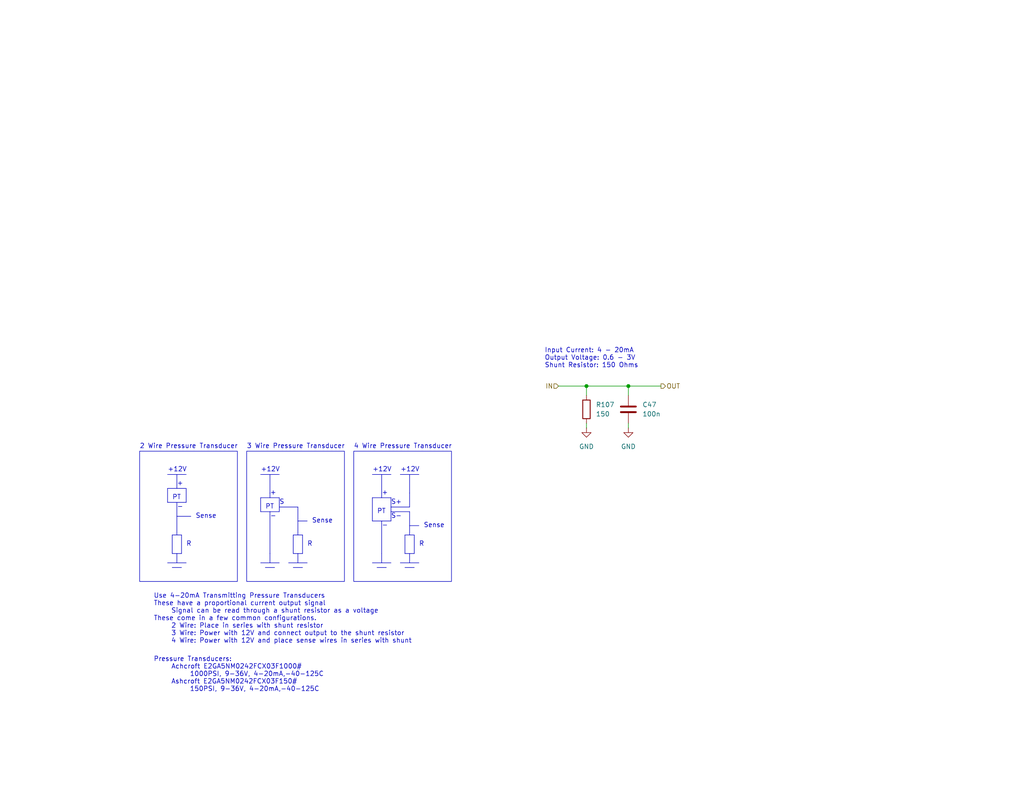
<source format=kicad_sch>
(kicad_sch (version 20231120) (generator "eeschema") (generator_version "8.0")
  (paper "A")
  (title_block (title "Unify") (date "2025-02-26") (rev "1") (company "Rocket Propulsion Group, UNL") (comment 1 "Jack Shaver"))
  (lib_symbols
    (symbol "Device:C" (pin_numbers hide) (pin_names (offset 0.254))
      (property "Reference" "C" (at 0.635 2.54 0))
      (property "Value" "C" (at 0.635 -2.54 0))
      (symbol "C_0_1"
        (polyline (pts (xy -2.032 -0.762) (xy 2.032 -0.762)) (stroke (width 0.508)))
        (polyline (pts (xy -2.032 0.762) (xy 2.032 0.762)) (stroke (width 0.508)))
      )
      (symbol "C_1_1"
        (pin passive line (at 0 3.81 270) (length 2.794) (name "~") (number "1"))
        (pin passive line (at 0 -3.81 90) (length 2.794) (name "~") (number "2"))
      )
    )
    (symbol "Device:R" (pin_numbers hide) (pin_names (offset 0))
      (property "Reference" "R" (at 2.032 0 90))
      (property "Value" "R" (at 0 0 90))
      (symbol "R_0_1"
        (rectangle (start -1.016 -2.54) (end 1.016 2.54) (stroke (width 0.254)))
      )
      (symbol "R_1_1"
        (pin passive line (at 0 3.81 270) (length 1.27) (name "~") (number "1"))
        (pin passive line (at 0 -3.81 90) (length 1.27) (name "~") (number "2"))
      )
    )
    (symbol "power:GND" (power) (pin_numbers hide) (pin_names (offset 0) hide)
      (property "Value" "GND" (at 0 -3.81 0))
      (symbol "GND_0_1"
        (polyline (pts (xy 0 0) (xy 0 -1.27) (xy 1.27 -1.27) (xy 0 -2.54) (xy -1.27 -1.27) (xy 0 -1.27)))
      )
      (symbol "GND_1_1"
        (pin power_in line (at 0 0 270) (length 0) (name "~") (number "1"))
      )
    )
  )
  (junction (at 160.02 105.41))
  (junction (at 171.45 105.41))
  (polyline (pts (xy 111.76 134.62) (xy 111.76 138.43)))
  (polyline (pts (xy 111.76 146.05) (xy 110.49 146.05)))
  (polyline (pts (xy 80.01 154.94) (xy 82.55 154.94)))
  (polyline (pts (xy 45.72 153.67) (xy 50.8 153.67)))
  (polyline (pts (xy 111.76 143.51) (xy 114.3 143.51)))
  (polyline (pts (xy 71.12 135.89) (xy 71.12 139.7)))
  (polyline (pts (xy 76.2 138.43) (xy 81.28 138.43)))
  (polyline (pts (xy 81.28 142.24) (xy 83.82 142.24)))
  (wire (pts (xy 160.02 105.41) (xy 160.02 107.95)))
  (polyline (pts (xy 106.68 139.7) (xy 111.76 139.7)))
  (polyline (pts (xy 46.99 154.94) (xy 49.53 154.94)))
  (polyline (pts (xy 71.12 153.67) (xy 76.2 153.67)))
  (polyline (pts (xy 46.99 151.13) (xy 49.53 151.13)))
  (polyline (pts (xy 109.22 153.67) (xy 114.3 153.67)))
  (polyline (pts (xy 76.2 135.89) (xy 76.2 139.7)))
  (polyline (pts (xy 73.66 139.7) (xy 73.66 151.13)))
  (polyline (pts (xy 73.66 134.62) (xy 73.66 135.89)))
  (polyline (pts (xy 49.53 151.13) (xy 49.53 146.05)))
  (wire (pts (xy 171.45 105.41) (xy 180.34 105.41)))
  (polyline (pts (xy 109.22 129.54) (xy 114.3 129.54)))
  (polyline (pts (xy 111.76 139.7) (xy 111.76 146.05)))
  (polyline (pts (xy 81.28 151.13) (xy 81.28 153.67)))
  (wire (pts (xy 171.45 105.41) (xy 171.45 107.95)))
  (polyline (pts (xy 81.28 138.43) (xy 81.28 146.05)))
  (polyline (pts (xy 81.28 146.05) (xy 80.01 146.05)))
  (polyline (pts (xy 106.68 135.89) (xy 106.68 142.24)))
  (polyline (pts (xy 50.8 133.35) (xy 50.8 137.16)))
  (wire (pts (xy 160.02 115.57) (xy 160.02 116.84)))
  (polyline (pts (xy 45.72 133.35) (xy 45.72 137.16)))
  (polyline (pts (xy 71.12 129.54) (xy 76.2 129.54)))
  (polyline (pts (xy 48.26 137.16) (xy 48.26 146.05)))
  (polyline (pts (xy 73.66 129.54) (xy 73.66 134.62)))
  (polyline (pts (xy 101.6 129.54) (xy 106.68 129.54)))
  (polyline (pts (xy 111.76 129.54) (xy 111.76 134.62)))
  (polyline (pts (xy 71.12 139.7) (xy 76.2 139.7)))
  (polyline (pts (xy 48.26 151.13) (xy 48.26 153.67)))
  (polyline (pts (xy 111.76 146.05) (xy 113.03 146.05)))
  (wire (pts (xy 160.02 105.41) (xy 171.45 105.41)))
  (polyline (pts (xy 71.12 135.89) (xy 76.2 135.89)))
  (polyline (pts (xy 110.49 154.94) (xy 113.03 154.94)))
  (polyline (pts (xy 104.14 142.24) (xy 104.14 151.13)))
  (polyline (pts (xy 72.39 154.94) (xy 74.93 154.94)))
  (polyline (pts (xy 104.14 129.54) (xy 104.14 134.62)))
  (polyline (pts (xy 80.01 146.05) (xy 80.01 151.13)))
  (polyline (pts (xy 101.6 142.24) (xy 106.68 142.24)))
  (polyline (pts (xy 101.6 153.67) (xy 106.68 153.67)))
  (polyline (pts (xy 48.26 140.97) (xy 52.07 140.97)))
  (polyline (pts (xy 45.72 129.54) (xy 50.8 129.54)))
  (polyline (pts (xy 45.72 133.35) (xy 50.8 133.35)))
  (polyline (pts (xy 104.14 134.62) (xy 104.14 135.89)))
  (polyline (pts (xy 111.76 151.13) (xy 111.76 153.67)))
  (polyline (pts (xy 82.55 151.13) (xy 82.55 146.05)))
  (polyline (pts (xy 73.66 151.13) (xy 73.66 153.67)))
  (polyline (pts (xy 110.49 146.05) (xy 110.49 151.13)))
  (polyline (pts (xy 78.74 153.67) (xy 83.82 153.67)))
  (polyline (pts (xy 80.01 151.13) (xy 82.55 151.13)))
  (polyline (pts (xy 111.76 138.43) (xy 106.68 138.43)))
  (polyline (pts (xy 101.6 135.89) (xy 106.68 135.89)))
  (wire (pts (xy 171.45 115.57) (xy 171.45 116.84)))
  (polyline (pts (xy 104.14 151.13) (xy 104.14 153.67)))
  (polyline (pts (xy 113.03 151.13) (xy 113.03 146.05)))
  (polyline (pts (xy 46.99 146.05) (xy 46.99 151.13)))
  (polyline (pts (xy 45.72 137.16) (xy 50.8 137.16)))
  (polyline (pts (xy 102.87 154.94) (xy 105.41 154.94)))
  (wire (pts (xy 152.4 105.41) (xy 160.02 105.41)))
  (polyline (pts (xy 110.49 151.13) (xy 113.03 151.13)))
  (polyline (pts (xy 48.26 146.05) (xy 49.53 146.05)))
  (polyline (pts (xy 48.26 129.54) (xy 48.26 133.35)))
  (polyline (pts (xy 48.26 146.05) (xy 46.99 146.05)))
  (polyline (pts (xy 81.28 146.05) (xy 82.55 146.05)))
  (polyline (pts (xy 101.6 135.89) (xy 101.6 142.24)))
  (rectangle (start 96.52 123.19) (end 123.19 158.75))
  (rectangle (start 67.31 123.19) (end 93.98 158.75))
  (rectangle (start 38.1 123.19) (end 64.77 158.75))
  (text "+" (at 48.26 132.08 0) (effects (font (size 1.27 1.27)) (justify left)))
  (text "2 Wire Pressure Transducer" (at 38.1 121.92 0) (effects (font (size 1.27 1.27)) (justify left)))
  (text "+" (at 73.66 134.62 0) (effects (font (size 1.27 1.27)) (justify left)))
  (text "S-\n" (at 106.68 140.97 0) (effects (font (size 1.27 1.27)) (justify left)))
  (text "-" (at 104.14 143.51 0) (effects (font (size 1.27 1.27)) (justify left)))
  (text "4 Wire Pressure Transducer" (at 96.52 121.92 0) (effects (font (size 1.27 1.27)) (justify left)))
  (text "+12V" (at 71.12 128.27 0) (effects (font (size 1.27 1.27)) (justify left)))
  (text "R" (at 83.82 148.59 0) (effects (font (size 1.27 1.27)) (justify left)))
  (text "Pressure Transducers:\n	Achcroft E2GA5NM0242FCX03F1000#\n		1000PSI, 9-36V, 4-20mA,-40-125C\n	Ashcroft E2GA5NM0242FCX03F150#\n		150PSI, 9-36V, 4-20mA,-40-125C" (at 41.91 184.15 0) (effects (font (size 1.27 1.27)) (justify left)))
  (text "R" (at 50.8 148.59 0) (effects (font (size 1.27 1.27)) (justify left)))
  (text "S+\n" (at 106.68 137.16 0) (effects (font (size 1.27 1.27)) (justify left)))
  (text "Sense" (at 85.09 142.24 0) (effects (font (size 1.27 1.27)) (justify left)))
  (text "S" (at 76.2 137.16 0) (effects (font (size 1.27 1.27)) (justify left)))
  (text "PT" (at 72.39 138.43 0) (effects (font (size 1.27 1.27)) (justify left)))
  (text "+12V" (at 109.22 128.27 0) (effects (font (size 1.27 1.27)) (justify left)))
  (text "PT" (at 102.87 139.7 0) (effects (font (size 1.27 1.27)) (justify left)))
  (text "3 Wire Pressure Transducer" (at 67.31 121.92 0) (effects (font (size 1.27 1.27)) (justify left)))
  (text "R" (at 114.3 148.59 0) (effects (font (size 1.27 1.27)) (justify left)))
  (text "-" (at 48.26 138.43 0) (effects (font (size 1.27 1.27)) (justify left)))
  (text "Use 4-20mA Transmitting Pressure Transducers\nThese have a proportional current output signal\n	Signal can be read through a shunt resistor as a voltage\nThese come in a few common configurations.\n	2 Wire: Place in series with shunt resistor\n	3 Wire: Power with 12V and connect output to the shunt resistor\n	4 Wire: Power with 12V and place sense wires in series with shunt" (at 41.91 168.91 0) (effects (font (size 1.27 1.27)) (justify left)))
  (text "-" (at 73.66 140.97 0) (effects (font (size 1.27 1.27)) (justify left)))
  (text "+12V" (at 45.72 128.27 0) (effects (font (size 1.27 1.27)) (justify left)))
  (text "+" (at 104.14 134.62 0) (effects (font (size 1.27 1.27)) (justify left)))
  (text "+12V" (at 101.6 128.27 0) (effects (font (size 1.27 1.27)) (justify left)))
  (text "PT" (at 46.99 135.89 0) (effects (font (size 1.27 1.27)) (justify left)))
  (text "Sense" (at 115.57 143.51 0) (effects (font (size 1.27 1.27)) (justify left)))
  (text "Input Current: 4 - 20mA\nOutput Voltage: 0.6 - 3V\nShunt Resistor: 150 Ohms" (at 148.59 97.79 0) (effects (font (size 1.27 1.27)) (justify left)))
  (text "Sense" (at 53.34 140.97 0) (effects (font (size 1.27 1.27)) (justify left)))
  (hierarchical_label "IN" (shape input) (at 152.4 105.41 180))
  (hierarchical_label "OUT" (shape output) (at 180.34 105.41 0))
  (symbol (lib_id "Device:R") (at 160.02 111.76 0) (unit 1)
    (property "Reference" "R107" (at 162.56 110.4899 0) (effects (justify left)))
    (property "Value" "150" (at 162.56 113.0299 0) (effects (justify left)))
    (property "Footprint" "Resistor_SMD:R_0603_1608Metric" (effects (hide yes)))
    (property "Description" "Resistor" (effects (hide yes)))
    (instances (project "Unify_1" (path "" (reference "R107") (unit 1)) (path "" (reference "R106") (unit 1))))
  )
  (symbol (lib_id "power:GND") (at 160.02 116.84 0) (unit 1)
    (property "Reference" "#PWR0186" (effects (hide yes)))
    (property "Value" "GND" (at 160.02 121.92 0))
    (property "Description" "Power symbol creates a global label with name \"GND\" , ground" (effects (hide yes)))
    (instances (project "Unify_1" (path "" (reference "#PWR0186") (unit 1)) (path "" (reference "#PWR0184") (unit 1))))
  )
  (symbol (lib_id "Device:C") (at 171.45 111.76 0) (unit 1)
    (property "Reference" "C47" (at 175.26 110.4899 0) (effects (justify left)))
    (property "Value" "100n" (at 175.26 113.0299 0) (effects (justify left)))
    (property "Footprint" "Capacitor_SMD:C_0603_1608Metric" (effects (hide yes)))
    (property "Description" "Unpolarized capacitor" (effects (hide yes)))
    (instances (project "Unify_1" (path "" (reference "C47") (unit 1)) (path "" (reference "C46") (unit 1))))
  )
  (symbol (lib_id "power:GND") (at 171.45 116.84 0) (unit 1)
    (property "Reference" "#PWR0187" (effects (hide yes)))
    (property "Value" "GND" (at 171.45 121.92 0))
    (property "Description" "Power symbol creates a global label with name \"GND\" , ground" (effects (hide yes)))
    (instances (project "Unify_1" (path "" (reference "#PWR0187") (unit 1)) (path "" (reference "#PWR0185") (unit 1))))
  )
)
</source>
